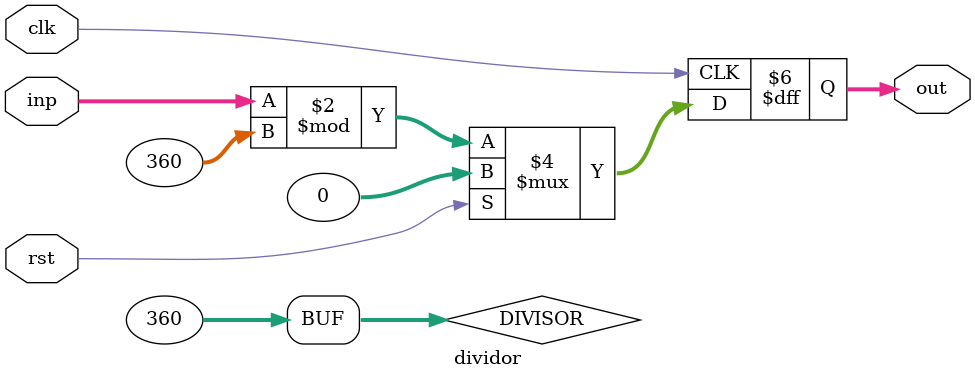
<source format=v>

`timescale 1ns / 100ps

`define INPUT_WIDTH 32
 


module dividor (clk, inp, rst, out);
  
  input clk;
  input [`INPUT_WIDTH-1:0] inp;
  input rst;

//////////////inputs/////////////////

  output  reg [`INPUT_WIDTH-1:0] out;

//////////////output/////////////////  
  
 wire [`INPUT_WIDTH-1:0]DIVISOR = `INPUT_WIDTH'd360 ;
 
  
  always @ (posedge clk)

// modulo division 

   if(rst)
     out <= 8'd0 ;
   else 
    out <= inp % DIVISOR ;
    
    

   
     
 endmodule
  

</source>
